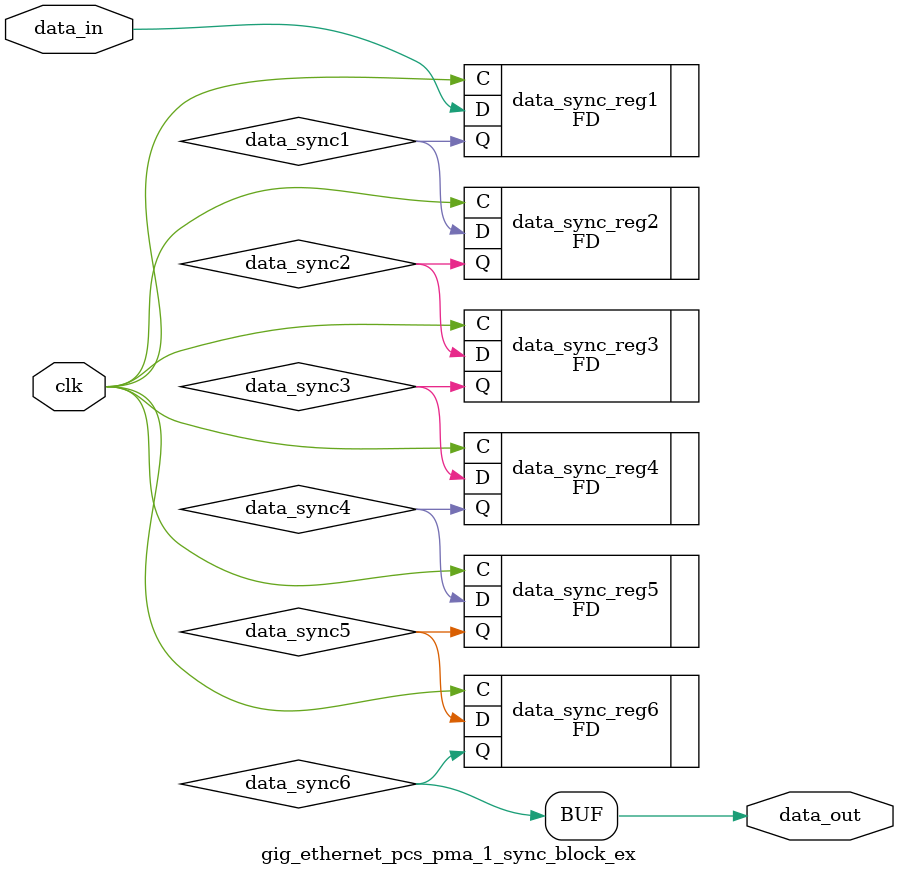
<source format=v>

`timescale 1ps / 1ps

module gig_ethernet_pcs_pma_1_sync_block_ex #(
  parameter INITIALISE = 2'b00
)
(
  input        clk,              // clock to be sync'ed to
  input        data_in,          // Data to be 'synced'
  output       data_out          // synced data
);

  // Internal Signals
  wire data_sync1;
  wire data_sync2;
  wire data_sync3;
  wire data_sync4;
  wire data_sync5;
  wire data_sync6;


  (* shreg_extract = "no", ASYNC_REG = "TRUE" *)
  FD #(
    .INIT (INITIALISE[0])
  ) data_sync_reg1 (
    .C  (clk),
    .D  (data_in),
    .Q  (data_sync1)
  );


  (* shreg_extract = "no", ASYNC_REG = "TRUE" *)
  FD #(
   .INIT (INITIALISE[1])
  ) data_sync_reg2 (
  .C  (clk),
  .D  (data_sync1),
  .Q  (data_sync2)
  );


  (* shreg_extract = "no", ASYNC_REG = "TRUE" *)
  FD #(
   .INIT (INITIALISE[1])
  ) data_sync_reg3 (
  .C  (clk),
  .D  (data_sync2),
  .Q  (data_sync3)
  );

  (* shreg_extract = "no", ASYNC_REG = "TRUE" *)
  FD #(
   .INIT (INITIALISE[1])
  ) data_sync_reg4 (
  .C  (clk),
  .D  (data_sync3),
  .Q  (data_sync4)
  );

  (* shreg_extract = "no", ASYNC_REG = "TRUE" *)
  FD #(
   .INIT (INITIALISE[1])
  ) data_sync_reg5 (
  .C  (clk),
  .D  (data_sync4),
  .Q  (data_sync5)
  );

  (* shreg_extract = "no", ASYNC_REG = "TRUE" *)
  FD #(
   .INIT (INITIALISE[1])
  ) data_sync_reg6 (
  .C  (clk),
  .D  (data_sync5),
  .Q  (data_sync6)
  );
  assign data_out = data_sync6;


endmodule



</source>
